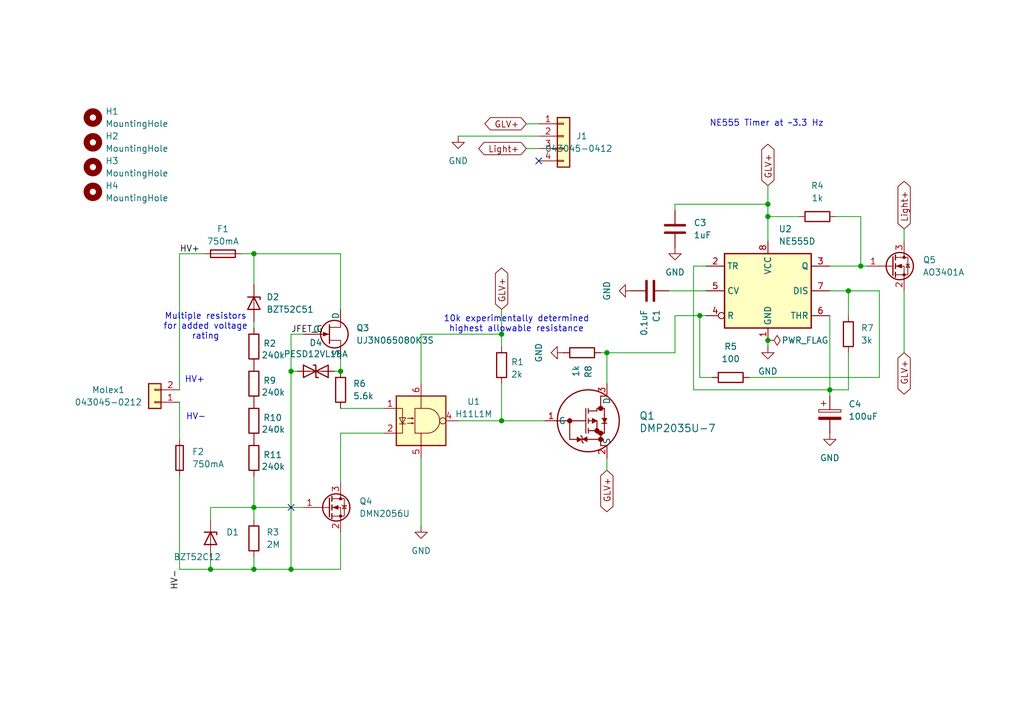
<source format=kicad_sch>
(kicad_sch (version 20250114) (generator "eeschema") (generator_version "9.0")
  (paper "A5")
  (lib_symbols
    (symbol "Connector_Generic:Conn_01x02" (pin_names (offset 1.016) (hide yes))
      (property "Reference" "J" (at 0 2.54 0))
      (property "Value" "Conn_01x02" (at 0 -5.08 0))
      (symbol "Conn_01x02_1_1"
        (rectangle (start -1.27 1.27) (end 1.27 -3.81) (stroke (width 0.254)) (fill (type background)))
        (rectangle (start -1.27 0.127) (end 0 -0.127) (stroke (width 0.1524)))
        (rectangle (start -1.27 -2.413) (end 0 -2.667) (stroke (width 0.1524)))
        (pin passive line (at -5.08 0 0) (length 3.81) (name "Pin_1") (number "1"))
        (pin passive line (at -5.08 -2.54 0) (length 3.81) (name "Pin_2") (number "2"))
      )
    )
    (symbol "Connector_Generic:Conn_01x04" (pin_names (offset 1.016) (hide yes))
      (property "Reference" "J" (at 0 5.08 0))
      (property "Value" "Conn_01x04" (at 0 -7.62 0))
      (symbol "Conn_01x04_1_1"
        (rectangle (start -1.27 3.81) (end 1.27 -6.35) (stroke (width 0.254)) (fill (type background)))
        (rectangle (start -1.27 2.667) (end 0 2.413) (stroke (width 0.1524)))
        (rectangle (start -1.27 0.127) (end 0 -0.127) (stroke (width 0.1524)))
        (rectangle (start -1.27 -2.413) (end 0 -2.667) (stroke (width 0.1524)))
        (rectangle (start -1.27 -4.953) (end 0 -5.207) (stroke (width 0.1524)))
        (pin passive line (at -5.08 2.54 0) (length 3.81) (name "Pin_1") (number "1"))
        (pin passive line (at -5.08 0 0) (length 3.81) (name "Pin_2") (number "2"))
        (pin passive line (at -5.08 -2.54 0) (length 3.81) (name "Pin_3") (number "3"))
        (pin passive line (at -5.08 -5.08 0) (length 3.81) (name "Pin_4") (number "4"))
      )
    )
    (symbol "Device:C" (pin_numbers (hide yes)) (pin_names (offset 0.254))
      (property "Reference" "C" (at 0.635 2.54 0))
      (property "Value" "C" (at 0.635 -2.54 0))
      (symbol "C_0_1"
        (polyline (pts (xy -2.032 0.762) (xy 2.032 0.762)) (stroke (width 0.508)))
        (polyline (pts (xy -2.032 -0.762) (xy 2.032 -0.762)) (stroke (width 0.508)))
      )
      (symbol "C_1_1"
        (pin passive line (at 0 3.81 270) (length 2.794) (name "~") (number "1"))
        (pin passive line (at 0 -3.81 90) (length 2.794) (name "~") (number "2"))
      )
    )
    (symbol "Device:C_Polarized" (pin_numbers (hide yes)) (pin_names (offset 0.254))
      (property "Reference" "C" (at 0.635 2.54 0))
      (property "Value" "C_Polarized" (at 0.635 -2.54 0))
      (symbol "C_Polarized_0_1"
        (rectangle (start -2.286 0.508) (end 2.286 1.016))
        (polyline (pts (xy -1.778 2.286) (xy -0.762 2.286)))
        (polyline (pts (xy -1.27 2.794) (xy -1.27 1.778)))
        (rectangle (start 2.286 -0.508) (end -2.286 -1.016) (fill (type outline)))
      )
      (symbol "C_Polarized_1_1"
        (pin passive line (at 0 3.81 270) (length 2.794) (name "~") (number "1"))
        (pin passive line (at 0 -3.81 90) (length 2.794) (name "~") (number "2"))
      )
    )
    (symbol "Device:D_Zener" (pin_numbers (hide yes)) (pin_names (offset 1.016) (hide yes))
      (property "Reference" "D" (at 0 2.54 0))
      (property "Value" "D_Zener" (at 0 -2.54 0))
      (symbol "D_Zener_0_1"
        (polyline (pts (xy -1.27 -1.27) (xy -1.27 1.27) (xy -0.762 1.27)) (stroke (width 0.254)))
        (polyline (pts (xy 1.27 0) (xy -1.27 0)))
        (polyline (pts (xy 1.27 -1.27) (xy 1.27 1.27) (xy -1.27 0) (xy 1.27 -1.27)) (stroke (width 0.254)))
      )
      (symbol "D_Zener_1_1"
        (pin passive line (at -3.81 0 0) (length 2.54) (name "K") (number "1"))
        (pin passive line (at 3.81 0 180) (length 2.54) (name "A") (number "2"))
      )
    )
    (symbol "Device:Fuse" (pin_numbers (hide yes)) (pin_names (offset 0))
      (property "Reference" "F" (at 2.032 0 90))
      (property "Value" "Fuse" (at -1.905 0 90))
      (symbol "Fuse_0_1"
        (rectangle (start -0.762 -2.54) (end 0.762 2.54) (stroke (width 0.254)))
        (polyline (pts (xy 0 2.54) (xy 0 -2.54)))
      )
      (symbol "Fuse_1_1"
        (pin passive line (at 0 3.81 270) (length 1.27) (name "~") (number "1"))
        (pin passive line (at 0 -3.81 90) (length 1.27) (name "~") (number "2"))
      )
    )
    (symbol "Device:R" (pin_numbers (hide yes)) (pin_names (offset 0))
      (property "Reference" "R" (at 2.032 0 90))
      (property "Value" "R" (at 0 0 90))
      (symbol "R_0_1"
        (rectangle (start -1.016 -2.54) (end 1.016 2.54) (stroke (width 0.254)))
      )
      (symbol "R_1_1"
        (pin passive line (at 0 3.81 270) (length 1.27) (name "~") (number "1"))
        (pin passive line (at 0 -3.81 90) (length 1.27) (name "~") (number "2"))
      )
    )
    (symbol "Diode:1.5KExxCA" (pin_numbers (hide yes)) (pin_names (offset 1.016) (hide yes))
      (property "Reference" "D" (at 0 2.54 0))
      (property "Value" "1.5KExxCA" (at 0 -2.54 0))
      (symbol "1.5KExxCA_0_1"
        (polyline (pts (xy -2.54 -1.27) (xy 0 0) (xy -2.54 1.27) (xy -2.54 -1.27)) (stroke (width 0.254)))
        (polyline (pts (xy 0.508 1.27) (xy 0 1.27) (xy 0 -1.27) (xy -0.508 -1.27)) (stroke (width 0.254)))
        (polyline (pts (xy 1.27 0) (xy -1.27 0)))
        (polyline (pts (xy 2.54 1.27) (xy 2.54 -1.27) (xy 0 0) (xy 2.54 1.27)) (stroke (width 0.254)))
      )
      (symbol "1.5KExxCA_1_1"
        (pin passive line (at -3.81 0 0) (length 2.54) (name "A1") (number "1"))
        (pin passive line (at 3.81 0 180) (length 2.54) (name "A2") (number "2"))
      )
    )
    (symbol "Diode:BZT52Bxx" (pin_numbers (hide yes)) (pin_names (hide yes))
      (property "Reference" "D" (at 0 2.54 0))
      (property "Value" "BZT52Bxx" (at 0 -2.54 0))
      (symbol "BZT52Bxx_0_1"
        (polyline (pts (xy -1.27 -1.27) (xy -1.27 1.27) (xy -0.762 1.27)) (stroke (width 0.254)))
        (polyline (pts (xy 1.27 0) (xy -1.27 0)))
        (polyline (pts (xy 1.27 -1.27) (xy 1.27 1.27) (xy -1.27 0) (xy 1.27 -1.27)) (stroke (width 0.254)))
      )
      (symbol "BZT52Bxx_1_1"
        (pin passive line (at -3.81 0 0) (length 2.54) (name "K") (number "1"))
        (pin passive line (at 3.81 0 180) (length 2.54) (name "A") (number "2"))
      )
    )
    (symbol "Isolator:H11L1" (pin_names (offset 1.016))
      (property "Reference" "U" (at 1.27 8.89 0))
      (property "Value" "H11L1" (at 1.27 6.35 0))
      (symbol "H11L1_0_1"
        (rectangle (start -5.08 5.08) (end 5.08 -5.08) (stroke (width 0.254)) (fill (type background)))
        (polyline (pts (xy -5.08 -2.54) (xy -3.81 -2.54) (xy -3.81 2.54) (xy -5.08 2.54)))
        (polyline (pts (xy -4.445 -0.635) (xy -3.175 -0.635)))
        (polyline (pts (xy -3.81 -0.635) (xy -4.445 0.635) (xy -3.175 0.635) (xy -3.81 -0.635)))
        (polyline (pts (xy -2.794 0.508) (xy -1.524 0.508) (xy -1.905 0.381) (xy -1.905 0.635) (xy -1.524 0.508)))
        (polyline (pts (xy -2.794 -0.508) (xy -1.524 -0.508) (xy -1.905 -0.635) (xy -1.905 -0.381) (xy -1.524 -0.508)))
        (polyline (pts (xy 0 2.54) (xy 0 5.08)))
        (polyline (pts (xy 0 -2.54) (xy 0 -5.08) (xy 0 -3.81)))
        (arc (start 1.27 2.54) (mid 3.799 0) (end 1.27 -2.54))
        (polyline (pts (xy 1.27 -2.54) (xy -1.27 -2.54) (xy -1.27 2.54) (xy 1.27 2.54)))
      )
      (symbol "H11L1_1_1"
        (pin passive line (at -7.62 2.54 0) (length 2.54) (name "~") (number "1"))
        (pin passive line (at -7.62 -2.54 0) (length 2.54) (name "~") (number "2"))
        (pin no_connect line (at -5.08 0 0) (length 2.54) (hide yes) (name "~") (number "3"))
        (pin power_in line (at 0 7.62 270) (length 2.54) (name "~") (number "6"))
        (pin power_in line (at 0 -7.62 90) (length 2.54) (name "~") (number "5"))
        (pin output inverted (at 7.62 0 180) (length 3.81) (name "~") (number "4"))
      )
    )
    (symbol "Mechanical:MountingHole" (pin_names (offset 1.016)) (exclude_from_sim yes) (in_bom no)
      (property "Reference" "H" (at 0 5.08 0))
      (property "Value" "MountingHole" (at 0 3.175 0))
      (symbol "MountingHole_0_1"
        (circle (center 0 0) (radius 1.27) (stroke (width 1.27)))
      )
    )
    (symbol "Simulation_SPICE:NJFET" (pin_numbers (hide yes)) (pin_names (offset 0))
      (property "Reference" "Q3" (at 5.715 1.27 0))
      (property "Value" "UJ3N120035K3S" (at 5.715 -1.27 0))
      (symbol "NJFET_0_1"
        (polyline (pts (xy 0 0) (xy -1.016 0.381) (xy -1.016 -0.381) (xy 0 0)) (fill (type outline)))
        (polyline (pts (xy 0.254 1.905) (xy 0.254 -1.905) (xy 0.254 -1.905)) (stroke (width 0.254)))
        (circle (center 1.27 0) (radius 2.8194) (stroke (width 0.254)))
        (polyline (pts (xy 2.54 2.54) (xy 2.54 1.397) (xy 0.254 1.397)))
        (polyline (pts (xy 2.54 -2.54) (xy 2.54 -1.27) (xy 0.254 -1.27)))
      )
      (symbol "NJFET_1_1"
        (pin input line (at -5.08 0 0) (length 5.334) (name "G") (number "1"))
        (pin passive line (at 2.54 5.08 270) (length 2.54) (name "D") (number "2"))
        (pin passive line (at 2.54 -5.08 90) (length 2.54) (name "S") (number "3"))
      )
    )
    (symbol "Timer:NE555D"
      (property "Reference" "U" (at -10.16 8.89 0))
      (property "Value" "NE555D" (at 2.54 8.89 0))
      (symbol "NE555D_0_0"
        (pin power_in line (at 0 10.16 270) (length 2.54) (name "VCC") (number "8"))
        (pin power_in line (at 0 -10.16 90) (length 2.54) (name "GND") (number "1"))
      )
      (symbol "NE555D_0_1"
        (rectangle (start -8.89 -7.62) (end 8.89 7.62) (stroke (width 0.254)) (fill (type background)))
        (rectangle (start -8.89 -7.62) (end 8.89 7.62) (stroke (width 0.254)) (fill (type background)))
      )
      (symbol "NE555D_1_1"
        (pin input line (at -12.7 5.08 0) (length 3.81) (name "TR") (number "2"))
        (pin input line (at -12.7 0 0) (length 3.81) (name "CV") (number "5"))
        (pin input inverted (at -12.7 -5.08 0) (length 3.81) (name "R") (number "4"))
        (pin output line (at 12.7 5.08 180) (length 3.81) (name "Q") (number "3"))
        (pin input line (at 12.7 0 180) (length 3.81) (name "DIS") (number "7"))
        (pin input line (at 12.7 -5.08 180) (length 3.81) (name "THR") (number "6"))
      )
    )
    (symbol "Transistor_FET:AO3400A" (pin_names (offset 0) (hide yes))
      (property "Reference" "Q" (at 5.08 1.905 0))
      (property "Value" "AO3400A" (at 5.08 0 0))
      (symbol "AO3400A_0_1"
        (polyline (pts (xy 0.254 1.905) (xy 0.254 -1.905)) (stroke (width 0.254)))
        (polyline (pts (xy 0.254 0) (xy -2.54 0)))
        (polyline (pts (xy 0.762 2.286) (xy 0.762 1.27)) (stroke (width 0.254)))
        (polyline (pts (xy 0.762 0.508) (xy 0.762 -0.508)) (stroke (width 0.254)))
        (polyline (pts (xy 0.762 -1.27) (xy 0.762 -2.286)) (stroke (width 0.254)))
        (polyline (pts (xy 0.762 -1.778) (xy 3.302 -1.778) (xy 3.302 1.778) (xy 0.762 1.778)))
        (polyline (pts (xy 1.016 0) (xy 2.032 0.381) (xy 2.032 -0.381) (xy 1.016 0)) (fill (type outline)))
        (circle (center 1.651 0) (radius 2.794) (stroke (width 0.254)))
        (polyline (pts (xy 2.54 2.54) (xy 2.54 1.778)))
        (circle (center 2.54 1.778) (radius 0.254) (fill (type outline)))
        (circle (center 2.54 -1.778) (radius 0.254) (fill (type outline)))
        (polyline (pts (xy 2.54 -2.54) (xy 2.54 0) (xy 0.762 0)))
        (polyline (pts (xy 2.921 0.381) (xy 3.683 0.381)))
        (polyline (pts (xy 3.302 0.381) (xy 2.921 -0.254) (xy 3.683 -0.254) (xy 3.302 0.381)))
      )
      (symbol "AO3400A_1_1"
        (pin input line (at -5.08 0 0) (length 2.54) (name "G") (number "1"))
        (pin passive line (at 2.54 5.08 270) (length 2.54) (name "D") (number "3"))
        (pin passive line (at 2.54 -5.08 90) (length 2.54) (name "S") (number "2"))
      )
    )
    (symbol "Transistor_FET:DMN2056U" (pin_names (hide yes))
      (property "Reference" "Q" (at 5.08 1.905 0))
      (property "Value" "DMN2056U" (at 5.08 0 0))
      (symbol "DMN2056U_0_1"
        (polyline (pts (xy 0.254 1.905) (xy 0.254 -1.905)) (stroke (width 0.254)))
        (polyline (pts (xy 0.254 0) (xy -2.54 0)))
        (polyline (pts (xy 0.762 2.286) (xy 0.762 1.27)) (stroke (width 0.254)))
        (polyline (pts (xy 0.762 0.508) (xy 0.762 -0.508)) (stroke (width 0.254)))
        (polyline (pts (xy 0.762 -1.27) (xy 0.762 -2.286)) (stroke (width 0.254)))
        (polyline (pts (xy 0.762 -1.778) (xy 3.302 -1.778) (xy 3.302 1.778) (xy 0.762 1.778)))
        (polyline (pts (xy 1.016 0) (xy 2.032 0.381) (xy 2.032 -0.381) (xy 1.016 0)) (fill (type outline)))
        (circle (center 1.651 0) (radius 2.794) (stroke (width 0.254)))
        (polyline (pts (xy 2.54 2.54) (xy 2.54 1.778)))
        (circle (center 2.54 1.778) (radius 0.254) (fill (type outline)))
        (circle (center 2.54 -1.778) (radius 0.254) (fill (type outline)))
        (polyline (pts (xy 2.54 -2.54) (xy 2.54 0) (xy 0.762 0)))
        (polyline (pts (xy 2.794 0.508) (xy 2.921 0.381) (xy 3.683 0.381) (xy 3.81 0.254)))
        (polyline (pts (xy 3.302 0.381) (xy 2.921 -0.254) (xy 3.683 -0.254) (xy 3.302 0.381)))
      )
      (symbol "DMN2056U_1_1"
        (pin input line (at -5.08 0 0) (length 2.54) (name "G") (number "1"))
        (pin passive line (at 2.54 5.08 270) (length 2.54) (name "D") (number "3"))
        (pin passive line (at 2.54 -5.08 90) (length 2.54) (name "S") (number "2"))
      )
    )
    (symbol "Transistor_FET:DMP2035U-7" (pin_names (offset 0.254))
      (property "Reference" "MOSFET" (at 16.51 1.27 0))
      (property "Value" "DMP2035U-7" (at 16.51 -1.27 0))
      (symbol "DMP2035U-7_0_1"
        (polyline (pts (xy 2.54 0) (xy 8.382 0)) (stroke (width 0.2032)))
        (circle (center 5.08 0) (radius 0.0254) (stroke (width 0.508)))
        (polyline (pts (xy 5.08 -3.81) (xy 5.08 0)) (stroke (width 0.2032)))
        (polyline (pts (xy 5.08 -3.81) (xy 6.604 -3.81)) (stroke (width 0.2032)))
        (polyline (pts (xy 6.604 -3.302) (xy 6.604 -4.318) (xy 7.62 -3.81)) (fill (type outline)))
        (polyline (pts (xy 7.366 -3.048) (xy 7.62 -3.302)) (stroke (width 0.2032)))
        (polyline (pts (xy 7.62 -3.302) (xy 7.62 -4.318)) (stroke (width 0.2032)))
        (polyline (pts (xy 7.62 -4.318) (xy 7.874 -4.572)) (stroke (width 0.2032)))
        (polyline (pts (xy 8.382 -2.54) (xy 8.382 2.54)) (stroke (width 0.2032)))
        (polyline (pts (xy 8.636 -3.81) (xy 11.43 -3.81)) (stroke (width 0.2032)))
        (polyline (pts (xy 8.636 -4.318) (xy 8.636 -3.302) (xy 7.62 -3.81)) (fill (type outline)))
        (polyline (pts (xy 8.89 2.032) (xy 10.668 2.032)) (stroke (width 0.2032)))
        (polyline (pts (xy 8.89 1.524) (xy 8.89 2.54)) (stroke (width 0.2032)))
        (polyline (pts (xy 8.89 0) (xy 10.668 0)) (stroke (width 0.2032)))
        (circle (center 8.89 0) (radius 6.35) (stroke (width 0.254)))
        (polyline (pts (xy 8.89 -0.508) (xy 8.89 0.508)) (stroke (width 0.2032)))
        (polyline (pts (xy 8.89 -2.032) (xy 10.668 -2.032)) (stroke (width 0.2032)))
        (polyline (pts (xy 8.89 -2.54) (xy 8.89 -1.524)) (stroke (width 0.2032)))
        (polyline (pts (xy 9.652 0.508) (xy 10.668 0) (xy 9.652 -0.508)) (fill (type outline)))
        (polyline (pts (xy 10.668 2.54) (xy 12.192 2.54)) (stroke (width 0.2032)))
        (polyline (pts (xy 10.668 2.032) (xy 10.668 2.54)) (stroke (width 0.2032)))
        (circle (center 10.668 -2.032) (radius 0.0254) (stroke (width 0.508)))
        (polyline (pts (xy 10.668 -2.54) (xy 10.668 0)) (stroke (width 0.2032)))
        (polyline (pts (xy 10.668 -2.54) (xy 12.192 -2.54)) (stroke (width 0.2032)))
        (polyline (pts (xy 11.43 5.08) (xy 11.43 2.54)) (stroke (width 0.2032)))
        (polyline (pts (xy 11.43 5.08) (xy 12.7 5.08)) (stroke (width 0.2032)))
        (circle (center 11.43 2.54) (radius 0.0254) (stroke (width 0.508)))
        (circle (center 11.43 -2.54) (radius 0.0254) (stroke (width 0.508)))
        (circle (center 11.43 -3.81) (radius 0.0254) (stroke (width 0.508)))
        (polyline (pts (xy 11.43 -5.08) (xy 11.43 -2.54)) (stroke (width 0.2032)))
        (polyline (pts (xy 11.43 -5.08) (xy 12.7 -5.08)) (stroke (width 0.2032)))
        (polyline (pts (xy 11.684 0.508) (xy 12.7 0.508) (xy 12.192 -0.508)) (fill (type outline)))
        (polyline (pts (xy 11.684 -0.508) (xy 12.7 -0.508)) (stroke (width 0.2032)))
        (polyline (pts (xy 12.192 -2.54) (xy 12.192 2.54)) (stroke (width 0.2032)))
        (pin unspecified line (at 0 0 0) (length 2.54) (name "G") (number "1"))
        (pin unspecified line (at 12.7 7.62 270) (length 2.54) (name "D") (number "3"))
        (pin unspecified line (at 12.7 -7.62 90) (length 2.54) (name "S") (number "2"))
      )
    )
    (symbol "power:GND" (power) (pin_numbers (hide yes)) (pin_names (offset 0) (hide yes))
      (property "Value" "GND" (at 0 -3.81 0))
      (symbol "GND_0_1"
        (polyline (pts (xy 0 0) (xy 0 -1.27) (xy 1.27 -1.27) (xy 0 -2.54) (xy -1.27 -1.27) (xy 0 -1.27)))
      )
      (symbol "GND_1_1"
        (pin power_in line (at 0 0 270) (length 0) (name "~") (number "1"))
      )
    )
    (symbol "power:PWR_FLAG" (power) (pin_numbers (hide yes)) (pin_names (offset 0) (hide yes))
      (property "Value" "PWR_FLAG" (at 0 3.81 0))
      (symbol "PWR_FLAG_0_0"
        (pin power_out line (at 0 0 90) (length 0) (name "~") (number "1"))
      )
      (symbol "PWR_FLAG_0_1"
        (polyline (pts (xy 0 0) (xy 0 1.27) (xy -1.016 1.905) (xy 0 2.54) (xy 1.016 1.905) (xy 0 1.27)))
      )
    )
  )
  (text "NE555 Timer at ~3.3 Hz" (at 157.226 25.4 0) (effects (font (size 1.27 1.27))))
  (text "Multiple resistors\nfor added voltage\nrating" (at 42.164 67.056 0) (effects (font (size 1.27 1.27))))
  (text "10k experimentally determined\nhighest allowable resistance" (at 105.918 66.548 0) (effects (font (size 1.27 1.27))))
  (text "HV+" (at 37.846 78.74 0) (effects (font (size 1.27 1.27)) (justify left bottom)))
  (text "HV-" (at 38.1 86.36 0) (effects (font (size 1.27 1.27)) (justify left bottom)))
  (junction (at 143.51 64.77))
  (junction (at 124.46 72.39))
  (junction (at 52.07 116.84))
  (junction (at 52.07 52.07))
  (junction (at 157.48 69.85))
  (junction (at 52.07 104.14))
  (junction (at 59.69 116.84))
  (junction (at 69.85 76.2))
  (junction (at 157.48 44.45))
  (junction (at 170.18 80.01))
  (junction (at 102.87 68.58))
  (junction (at 102.87 86.36))
  (junction (at 176.53 54.61))
  (junction (at 59.69 76.2))
  (junction (at 157.48 41.91))
  (junction (at 173.99 59.69))
  (junction (at 43.18 116.84))
  (no_connect (at 110.49 33.02))
  (no_connect (at 59.69 104.14))
  (wire (pts (xy 137.16 59.69) (xy 144.78 59.69)))
  (wire (pts (xy 123.19 72.39) (xy 124.46 72.39)))
  (wire (pts (xy 180.34 59.69) (xy 173.99 59.69)))
  (wire (pts (xy 170.18 64.77) (xy 170.18 80.01)))
  (wire (pts (xy 78.74 88.9) (xy 69.85 88.9)))
  (wire (pts (xy 142.24 80.01) (xy 170.18 80.01)))
  (wire (pts (xy 138.43 41.91) (xy 138.43 43.18)))
  (wire (pts (xy 59.69 68.58) (xy 59.69 76.2)))
  (wire (pts (xy 52.07 52.07) (xy 52.07 58.42)))
  (wire (pts (xy 107.95 25.4) (xy 110.49 25.4)))
  (wire (pts (xy 69.85 109.22) (xy 69.85 116.84)))
  (wire (pts (xy 69.85 52.07) (xy 69.85 63.5)))
  (wire (pts (xy 185.42 59.69) (xy 185.42 72.39)))
  (wire (pts (xy 176.53 44.45) (xy 176.53 54.61)))
  (wire (pts (xy 36.83 97.79) (xy 36.83 116.84)))
  (wire (pts (xy 59.69 116.84) (xy 69.85 116.84)))
  (wire (pts (xy 69.85 88.9) (xy 69.85 99.06)))
  (wire (pts (xy 171.45 44.45) (xy 176.53 44.45)))
  (wire (pts (xy 107.95 30.48) (xy 110.49 30.48)))
  (wire (pts (xy 86.36 93.98) (xy 86.36 107.95)))
  (wire (pts (xy 138.43 41.91) (xy 157.48 41.91)))
  (wire (pts (xy 124.46 96.52) (xy 124.46 93.98)))
  (wire (pts (xy 52.07 52.07) (xy 69.85 52.07)))
  (wire (pts (xy 143.51 64.77) (xy 144.78 64.77)))
  (wire (pts (xy 173.99 72.39) (xy 173.99 80.01)))
  (wire (pts (xy 69.85 83.82) (xy 78.74 83.82)))
  (wire (pts (xy 36.83 52.07) (xy 36.83 80.01)))
  (wire (pts (xy 157.48 38.1) (xy 157.48 41.91)))
  (wire (pts (xy 52.07 104.14) (xy 52.07 97.79)))
  (wire (pts (xy 180.34 77.47) (xy 180.34 59.69)))
  (wire (pts (xy 124.46 72.39) (xy 124.46 78.74)))
  (wire (pts (xy 68.58 76.2) (xy 69.85 76.2)))
  (wire (pts (xy 157.48 41.91) (xy 157.48 44.45)))
  (wire (pts (xy 170.18 80.01) (xy 170.18 81.28)))
  (wire (pts (xy 185.42 46.99) (xy 185.42 49.53)))
  (wire (pts (xy 43.18 116.84) (xy 52.07 116.84)))
  (wire (pts (xy 138.43 64.77) (xy 138.43 72.39)))
  (wire (pts (xy 138.43 64.77) (xy 143.51 64.77)))
  (wire (pts (xy 52.07 116.84) (xy 59.69 116.84)))
  (wire (pts (xy 170.18 54.61) (xy 176.53 54.61)))
  (wire (pts (xy 124.46 72.39) (xy 138.43 72.39)))
  (wire (pts (xy 93.98 86.36) (xy 102.87 86.36)))
  (wire (pts (xy 102.87 86.36) (xy 111.76 86.36)))
  (wire (pts (xy 43.18 104.14) (xy 52.07 104.14)))
  (wire (pts (xy 43.18 116.84) (xy 43.18 114.3)))
  (wire (pts (xy 173.99 80.01) (xy 170.18 80.01)))
  (wire (pts (xy 36.83 116.84) (xy 43.18 116.84)))
  (wire (pts (xy 157.48 44.45) (xy 157.48 49.53)))
  (wire (pts (xy 59.69 76.2) (xy 60.96 76.2)))
  (wire (pts (xy 36.83 52.07) (xy 41.91 52.07)))
  (wire (pts (xy 69.85 73.66) (xy 69.85 76.2)))
  (wire (pts (xy 157.48 44.45) (xy 163.83 44.45)))
  (wire (pts (xy 86.36 68.58) (xy 102.87 68.58)))
  (wire (pts (xy 142.24 54.61) (xy 142.24 80.01)))
  (wire (pts (xy 153.67 77.47) (xy 180.34 77.47)))
  (wire (pts (xy 43.18 104.14) (xy 43.18 106.68)))
  (wire (pts (xy 102.87 63.5) (xy 102.87 68.58)))
  (wire (pts (xy 52.07 116.84) (xy 52.07 114.3)))
  (wire (pts (xy 52.07 104.14) (xy 62.23 104.14)))
  (wire (pts (xy 146.05 77.47) (xy 143.51 77.47)))
  (wire (pts (xy 52.07 104.14) (xy 52.07 106.68)))
  (wire (pts (xy 36.83 82.55) (xy 36.83 90.17)))
  (wire (pts (xy 49.53 52.07) (xy 52.07 52.07)))
  (wire (pts (xy 157.48 71.12) (xy 157.48 69.85)))
  (wire (pts (xy 93.98 27.94) (xy 110.49 27.94)))
  (wire (pts (xy 86.36 78.74) (xy 86.36 68.58)))
  (wire (pts (xy 173.99 59.69) (xy 173.99 64.77)))
  (wire (pts (xy 142.24 54.61) (xy 144.78 54.61)))
  (wire (pts (xy 52.07 66.04) (xy 52.07 67.31)))
  (wire (pts (xy 170.18 59.69) (xy 173.99 59.69)))
  (wire (pts (xy 176.53 54.61) (xy 177.8 54.61)))
  (wire (pts (xy 102.87 86.36) (xy 102.87 78.74)))
  (wire (pts (xy 59.69 76.2) (xy 59.69 116.84)))
  (wire (pts (xy 102.87 68.58) (xy 102.87 71.12)))
  (wire (pts (xy 143.51 64.77) (xy 143.51 77.47)))
  (wire (pts (xy 59.69 68.58) (xy 62.23 68.58)))
  (label "JFET_G" (at 59.69 68.58 0))
  (label "HV+" (at 36.83 52.07 0))
  (label "HV-" (at 36.83 116.84 270))
  (global_label "GLV+" (shape bidirectional) (at 124.46 96.52 270) (property "Intersheetrefs" "${INTERSHEET_REFS}" (effects (hide yes))))
  (global_label "GLV+" (shape bidirectional) (at 102.87 63.5 90) (property "Intersheetrefs" "${INTERSHEET_REFS}" (effects (hide yes))))
  (global_label "GLV+" (shape bidirectional) (at 185.42 72.39 270) (property "Intersheetrefs" "${INTERSHEET_REFS}" (effects (hide yes))))
  (global_label "GLV+" (shape bidirectional) (at 107.95 25.4 180) (property "Intersheetrefs" "${INTERSHEET_REFS}" (effects (hide yes))))
  (global_label "Light+" (shape bidirectional) (at 185.42 46.99 90) (property "Intersheetrefs" "${INTERSHEET_REFS}" (effects (hide yes))))
  (global_label "Light+" (shape bidirectional) (at 107.95 30.48 180) (property "Intersheetrefs" "${INTERSHEET_REFS}" (effects (hide yes))))
  (global_label "GLV+" (shape bidirectional) (at 157.48 38.1 90) (property "Intersheetrefs" "${INTERSHEET_REFS}" (effects (hide yes))))
  (symbol (lib_id "Device:C") (at 133.35 59.69 90) (unit 1)
    (property "Reference" "C1" (at 134.6201 63.5 0) (effects (justify right)))
    (property "Value" "0.1uF" (at 132.0801 63.5 0) (effects (justify right)))
    (property "Footprint" "Capacitor_SMD:C_0805_2012Metric_Pad1.18x1.45mm_HandSolder" (effects (hide yes)))
    (property "Description" "Unpolarized capacitor" (effects (hide yes)))
  )
  (symbol (lib_id "power:GND") (at 86.36 107.95 0) (unit 1)
    (property "Reference" "#PWR04" (effects (hide yes)))
    (property "Value" "GND" (at 86.36 113.03 0))
    (property "Description" "Power symbol creates a global label with name \"GND\" , ground" (effects (hide yes)))
  )
  (symbol (lib_id "Transistor_FET:AO3400A") (at 182.88 54.61 0) (unit 1)
    (property "Reference" "Q5" (at 189.23 53.3399 0) (effects (justify left)))
    (property "Value" "AO3401A" (at 189.23 55.8799 0) (effects (justify left)))
    (property "Footprint" "Package_TO_SOT_SMD:SOT-23" (effects (hide yes)))
    (property "Datasheet" "http://www.aosmd.com/pdfs/datasheet/AO3400A.pdf" (effects (hide yes)))
    (property "Description" "30V Vds, 5.7A Id, N-Channel MOSFET, SOT-23" (effects (hide yes)))
  )
  (symbol (lib_id "power:GND") (at 115.57 72.39 270) (unit 1)
    (property "Reference" "#PWR05" (effects (hide yes)))
    (property "Value" "GND" (at 110.49 72.39 0))
    (property "Description" "Power symbol creates a global label with name \"GND\" , ground" (effects (hide yes)))
  )
  (symbol (lib_id "Device:R") (at 149.86 77.47 90) (unit 1)
    (property "Reference" "R5" (at 149.86 71.12 90))
    (property "Value" "100" (at 149.86 73.66 90))
    (property "Footprint" "Resistor_SMD:R_0805_2012Metric_Pad1.20x1.40mm_HandSolder" (effects (hide yes)))
    (property "Description" "Resistor" (effects (hide yes)))
  )
  (symbol (lib_id "Transistor_FET:DMN2056U") (at 67.31 104.14 0) (unit 1)
    (property "Reference" "Q4" (at 73.66 102.8699 0) (effects (justify left)))
    (property "Value" "DMN2056U" (at 73.66 105.4099 0) (effects (justify left)))
    (property "Footprint" "Package_TO_SOT_SMD:SOT-23" (effects (hide yes)))
    (property "Datasheet" "http://www.diodes.com/assets/Datasheets/DMN2056U.pdf" (effects (hide yes)))
    (property "Description" "4A Id, 20V Vds, N-Channel MOSFET, SOT-23" (effects (hide yes)))
  )
  (symbol (lib_id "Device:R") (at 69.85 80.01 0) (unit 1)
    (property "Reference" "R6" (at 72.39 78.7399 0) (effects (justify left)))
    (property "Value" "5.6k" (at 72.39 81.2799 0) (effects (justify left)))
    (property "Footprint" "Resistor_SMD:R_0805_2012Metric_Pad1.20x1.40mm_HandSolder" (effects (hide yes)))
  )
  (symbol (lib_id "Transistor_FET:DMP2035U-7") (at 111.76 86.36 0) (unit 1)
    (property "Reference" "Q1" (at 131.064 85.344 0) (effects (font (size 1.524 1.524)) (justify left)))
    (property "Value" "DMP2035U-7" (at 131.064 87.884 0) (effects (font (size 1.524 1.524)) (justify left)))
    (property "Footprint" "Package_TO_SOT_SMD:SOT-23" (effects (hide yes)))
    (property "Datasheet" "DMP2035U-7" (effects (hide yes)))
  )
  (symbol (lib_id "Device:R") (at 52.07 71.12 0) (unit 1)
    (property "Reference" "R2" (at 53.975 70.485 0) (effects (justify left)))
    (property "Value" "240k" (at 53.594 72.898 0) (effects (justify left)))
    (property "Footprint" "Resistor_SMD:R_0805_2012Metric_Pad1.20x1.40mm_HandSolder" (effects (hide yes)))
  )
  (symbol (lib_id "power:GND") (at 93.98 27.94 0) (mirror y) (unit 1)
    (property "Reference" "#PWR08" (effects (hide yes)))
    (property "Value" "GND" (at 93.98 33.02 0))
    (property "Description" "Power symbol creates a global label with name \"GND\" , ground" (effects (hide yes)))
  )
  (symbol (lib_id "Device:Fuse") (at 45.72 52.07 90) (unit 1)
    (property "Reference" "F1" (at 45.72 46.99 90))
    (property "Value" "750mA" (at 45.72 49.53 90))
    (property "Footprint" "Fuse:Fuse_1206_3216Metric" (effects (hide yes)))
  )
  (symbol (lib_id "Device:R") (at 52.07 78.74 0) (unit 1)
    (property "Reference" "R9" (at 53.975 78.105 0) (effects (justify left)))
    (property "Value" "240k" (at 53.594 80.518 0) (effects (justify left)))
    (property "Footprint" "Resistor_SMD:R_0805_2012Metric_Pad1.20x1.40mm_HandSolder" (effects (hide yes)))
  )
  (symbol (lib_id "power:GND") (at 129.54 59.69 270) (unit 1)
    (property "Reference" "#PWR03" (effects (hide yes)))
    (property "Value" "GND" (at 124.46 59.69 0))
    (property "Description" "Power symbol creates a global label with name \"GND\" , ground" (effects (hide yes)))
  )
  (symbol (lib_id "power:GND") (at 138.43 50.8 0) (unit 1)
    (property "Reference" "#PWR06" (effects (hide yes)))
    (property "Value" "GND" (at 138.43 55.88 0))
    (property "Description" "Power symbol creates a global label with name \"GND\" , ground" (effects (hide yes)))
  )
  (symbol (lib_id "Device:R") (at 52.07 93.98 0) (unit 1)
    (property "Reference" "R11" (at 53.975 93.345 0) (effects (justify left)))
    (property "Value" "240k" (at 53.594 95.758 0) (effects (justify left)))
    (property "Footprint" "Resistor_SMD:R_0805_2012Metric_Pad1.20x1.40mm_HandSolder" (effects (hide yes)))
  )
  (symbol (lib_id "Device:C") (at 138.43 46.99 180) (unit 1)
    (property "Reference" "C3" (at 142.24 45.7199 0) (effects (justify right)))
    (property "Value" "1uF" (at 142.24 48.2599 0) (effects (justify right)))
    (property "Footprint" "Capacitor_SMD:C_0805_2012Metric_Pad1.18x1.45mm_HandSolder" (effects (hide yes)))
    (property "Description" "Unpolarized capacitor" (effects (hide yes)))
  )
  (symbol (lib_id "power:PWR_FLAG") (at 157.48 69.85 270) (unit 1)
    (property "Reference" "#FLG01" (effects (hide yes)))
    (property "Value" "PWR_FLAG" (at 160.274 69.85 90) (effects (justify left)))
    (property "Description" "Special symbol for telling ERC where power comes from" (effects (hide yes)))
  )
  (symbol (lib_id "Simulation_SPICE:NJFET") (at 67.31 68.58 0) (unit 1)
    (property "Reference" "Q3" (at 73.025 67.31 0) (effects (justify left)))
    (property "Value" "UJ3N065080K3S" (at 73.025 69.85 0) (effects (justify left)))
    (property "Footprint" "Package_TO_SOT_THT:TO-247-3_Horizontal_TabDown" (effects (hide yes)))
    (property "Sim.Device" "NJFET" (effects (hide yes)))
    (property "Sim.Type" "SHICHMANHODGES" (effects (hide yes)))
    (property "Sim.Pins" "1=D 2=G 3=S" (effects (hide yes)))
  )
  (symbol (lib_id "Device:R") (at 52.07 86.36 0) (unit 1)
    (property "Reference" "R10" (at 53.975 85.725 0) (effects (justify left)))
    (property "Value" "240k" (at 53.594 88.138 0) (effects (justify left)))
    (property "Footprint" "Resistor_SMD:R_0805_2012Metric_Pad1.20x1.40mm_HandSolder" (effects (hide yes)))
  )
  (symbol (lib_id "Device:R") (at 52.07 110.49 0) (unit 1)
    (property "Reference" "R3" (at 54.61 109.2199 0) (effects (justify left)))
    (property "Value" "2M" (at 54.61 111.7599 0) (effects (justify left)))
    (property "Footprint" "Resistor_SMD:R_0805_2012Metric_Pad1.20x1.40mm_HandSolder" (effects (hide yes)))
  )
  (symbol (lib_id "Timer:NE555D") (at 157.48 59.69 0) (unit 1)
    (property "Reference" "U2" (at 159.6741 46.99 0) (effects (justify left)))
    (property "Value" "NE555D" (at 159.6741 49.53 0) (effects (justify left)))
    (property "Footprint" "Package_SO:SOIC-8_3.9x4.9mm_P1.27mm" (effects (hide yes)))
    (property "Datasheet" "http://www.ti.com/lit/ds/symlink/ne555.pdf" (effects (hide yes)))
    (property "Description" "Precision Timers, 555 compatible, SOIC-8" (effects (hide yes)))
  )
  (symbol (lib_id "Device:R") (at 119.38 72.39 90) (unit 1)
    (property "Reference" "R8" (at 120.6501 74.93 0) (effects (justify right)))
    (property "Value" "1k" (at 118.1101 74.93 0) (effects (justify right)))
    (property "Footprint" "Resistor_SMD:R_0805_2012Metric_Pad1.20x1.40mm_HandSolder" (effects (hide yes)))
    (property "Description" "Resistor" (effects (hide yes)))
  )
  (symbol (lib_id "Device:Fuse") (at 36.83 93.98 180) (unit 1)
    (property "Reference" "F2" (at 39.37 92.7099 0) (effects (justify right)))
    (property "Value" "750mA" (at 39.37 95.2499 0) (effects (justify right)))
    (property "Footprint" "Fuse:Fuse_1206_3216Metric" (effects (hide yes)))
  )
  (symbol (lib_id "Mechanical:MountingHole") (at 19.05 24.13 0) (unit 1) (exclude_from_sim yes) (in_bom no)
    (property "Reference" "H1" (at 21.59 22.8599 0) (effects (justify left)))
    (property "Value" "MountingHole" (at 21.59 25.3999 0) (effects (justify left)))
    (property "Footprint" "MountingHole:MountingHole_3.2mm_M3_Pad_TopBottom" (effects (hide yes)))
    (property "Description" "Mounting Hole without connection" (effects (hide yes)))
  )
  (symbol (lib_id "Isolator:H11L1") (at 86.36 86.36 0) (unit 1)
    (property "Reference" "U1" (at 97.155 82.4231 0))
    (property "Value" "H11L1M" (at 97.155 84.9631 0))
    (property "Footprint" "Package_DIP:DIP-6_W7.62mm" (effects (hide yes)))
    (property "Datasheet" "https://www.onsemi.com/pub/Collateral/H11L3M-D.PDF" (effects (hide yes)))
  )
  (symbol (lib_id "Mechanical:MountingHole") (at 19.05 34.29 0) (unit 1) (exclude_from_sim yes) (in_bom no)
    (property "Reference" "H3" (at 21.59 33.0199 0) (effects (justify left)))
    (property "Value" "MountingHole" (at 21.59 35.5599 0) (effects (justify left)))
    (property "Footprint" "MountingHole:MountingHole_3.2mm_M3_Pad_TopBottom" (effects (hide yes)))
    (property "Description" "Mounting Hole without connection" (effects (hide yes)))
  )
  (symbol (lib_id "Connector_Generic:Conn_01x04") (at 115.57 27.94 0) (unit 1)
    (property "Reference" "J1" (at 118.11 27.94 0) (effects (justify left)))
    (property "Value" "043045-0412" (at 111.76 30.48 0) (effects (justify left)))
    (property "Footprint" "Connector_Molex:Molex_Micro-Fit_3.0_43045-0412_2x02_P3.00mm_Vertical" (effects (hide yes)))
  )
  (symbol (lib_id "Mechanical:MountingHole") (at 19.05 39.37 0) (unit 1) (exclude_from_sim yes) (in_bom no)
    (property "Reference" "H4" (at 21.59 38.0999 0) (effects (justify left)))
    (property "Value" "MountingHole" (at 21.59 40.6399 0) (effects (justify left)))
    (property "Footprint" "MountingHole:MountingHole_3.2mm_M3_Pad_TopBottom" (effects (hide yes)))
    (property "Description" "Mounting Hole without connection" (effects (hide yes)))
  )
  (symbol (lib_id "power:GND") (at 170.18 88.9 0) (unit 1)
    (property "Reference" "#PWR02" (effects (hide yes)))
    (property "Value" "GND" (at 170.18 93.98 0))
    (property "Description" "Power symbol creates a global label with name \"GND\" , ground" (effects (hide yes)))
  )
  (symbol (lib_id "Connector_Generic:Conn_01x02") (at 31.75 82.55 180) (unit 1)
    (property "Reference" "Molex1" (at 22.225 80.01 0))
    (property "Value" "043045-0212" (at 22.225 82.55 0))
    (property "Footprint" "Connector_Molex:Molex_Micro-Fit_3.0_43045-0212_2x01_P3.00mm_Vertical" (effects (hide yes)))
  )
  (symbol (lib_id "Device:R") (at 173.99 68.58 180) (unit 1)
    (property "Reference" "R7" (at 176.53 67.3099 0) (effects (justify right)))
    (property "Value" "3k" (at 176.53 69.8499 0) (effects (justify right)))
    (property "Footprint" "Resistor_SMD:R_0805_2012Metric_Pad1.20x1.40mm_HandSolder" (effects (hide yes)))
    (property "Description" "Resistor" (effects (hide yes)))
  )
  (symbol (lib_id "Device:D_Zener") (at 43.18 110.49 270) (unit 1)
    (property "Reference" "D1" (at 46.355 109.22 90) (effects (justify left)))
    (property "Value" "BZT52C12" (at 35.56 114.3 90) (effects (justify left)))
    (property "Footprint" "Diode_SMD:D_SOD-123" (effects (hide yes)))
  )
  (symbol (lib_id "Device:R") (at 167.64 44.45 270) (unit 1)
    (property "Reference" "R4" (at 167.64 38.1 90))
    (property "Value" "1k" (at 167.64 40.64 90))
    (property "Footprint" "Resistor_SMD:R_0805_2012Metric_Pad1.20x1.40mm_HandSolder" (effects (hide yes)))
    (property "Description" "Resistor" (effects (hide yes)))
  )
  (symbol (lib_id "Diode:BZT52Bxx") (at 52.07 62.23 270) (unit 1)
    (property "Reference" "D2" (at 54.61 60.9599 90) (effects (justify left)))
    (property "Value" "BZT52C51" (at 54.61 63.4999 90) (effects (justify left)))
    (property "Footprint" "Diode_SMD:D_SOD-123F" (effects (hide yes)))
    (property "Datasheet" "https://diotec.com/tl_files/diotec/files/pdf/datasheets/bzt52b2v4.pdf" (effects (hide yes)))
    (property "Description" "500mW Zener Diode, SOD-123F" (effects (hide yes)))
  )
  (symbol (lib_id "Mechanical:MountingHole") (at 19.05 29.21 0) (unit 1) (exclude_from_sim yes) (in_bom no)
    (property "Reference" "H2" (at 21.59 27.9399 0) (effects (justify left)))
    (property "Value" "MountingHole" (at 21.59 30.4799 0) (effects (justify left)))
    (property "Footprint" "MountingHole:MountingHole_3.2mm_M3_Pad_TopBottom" (effects (hide yes)))
    (property "Description" "Mounting Hole without connection" (effects (hide yes)))
  )
  (symbol (lib_id "power:GND") (at 157.48 71.12 0) (unit 1)
    (property "Reference" "#PWR01" (effects (hide yes)))
    (property "Value" "GND" (at 157.48 76.2 0))
    (property "Description" "Power symbol creates a global label with name \"GND\" , ground" (effects (hide yes)))
  )
  (symbol (lib_id "Device:C_Polarized") (at 170.18 85.09 0) (unit 1)
    (property "Reference" "C4" (at 173.99 82.9309 0) (effects (justify left)))
    (property "Value" "100uF" (at 173.99 85.4709 0) (effects (justify left)))
    (property "Footprint" "Capacitor_SMD:CP_Elec_6.3x5.4" (effects (hide yes)))
    (property "Description" "Polarized capacitor" (effects (hide yes)))
  )
  (symbol (lib_id "Diode:1.5KExxCA") (at 64.77 76.2 0) (mirror y) (unit 1)
    (property "Reference" "D4" (at 64.77 70.358 0))
    (property "Value" "PESD12VL1BA" (at 64.77 72.644 0))
    (property "Footprint" "Diode_SMD:D_SOD-323" (effects (hide yes)))
    (property "Datasheet" "https://www.vishay.com/docs/88301/15ke.pdf" (effects (hide yes)))
    (property "Description" "1500W bidirectional TVS diode, DO-201AE" (effects (hide yes)))
  )
  (symbol (lib_id "Device:R") (at 102.87 74.93 0) (unit 1)
    (property "Reference" "R1" (at 104.775 74.295 0) (effects (justify left)))
    (property "Value" "2k" (at 104.775 76.835 0) (effects (justify left)))
    (property "Footprint" "Resistor_SMD:R_0805_2012Metric_Pad1.20x1.40mm_HandSolder" (effects (hide yes)))
  )
)
</source>
